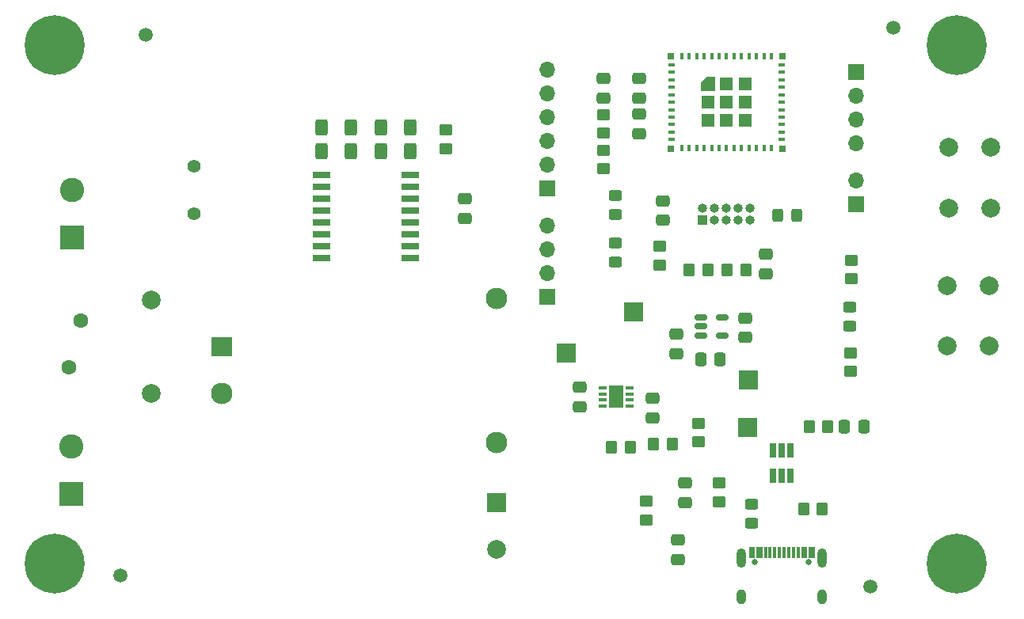
<source format=gts>
G04 #@! TF.GenerationSoftware,KiCad,Pcbnew,(7.0.0-0)*
G04 #@! TF.CreationDate,2023-03-13T11:18:45+01:00*
G04 #@! TF.ProjectId,ESPMeter,4553504d-6574-4657-922e-6b696361645f,rev?*
G04 #@! TF.SameCoordinates,Original*
G04 #@! TF.FileFunction,Soldermask,Top*
G04 #@! TF.FilePolarity,Negative*
%FSLAX46Y46*%
G04 Gerber Fmt 4.6, Leading zero omitted, Abs format (unit mm)*
G04 Created by KiCad (PCBNEW (7.0.0-0)) date 2023-03-13 11:18:45*
%MOMM*%
%LPD*%
G01*
G04 APERTURE LIST*
G04 Aperture macros list*
%AMRoundRect*
0 Rectangle with rounded corners*
0 $1 Rounding radius*
0 $2 $3 $4 $5 $6 $7 $8 $9 X,Y pos of 4 corners*
0 Add a 4 corners polygon primitive as box body*
4,1,4,$2,$3,$4,$5,$6,$7,$8,$9,$2,$3,0*
0 Add four circle primitives for the rounded corners*
1,1,$1+$1,$2,$3*
1,1,$1+$1,$4,$5*
1,1,$1+$1,$6,$7*
1,1,$1+$1,$8,$9*
0 Add four rect primitives between the rounded corners*
20,1,$1+$1,$2,$3,$4,$5,0*
20,1,$1+$1,$4,$5,$6,$7,0*
20,1,$1+$1,$6,$7,$8,$9,0*
20,1,$1+$1,$8,$9,$2,$3,0*%
%AMFreePoly0*
4,1,6,0.725000,-0.725000,-0.725000,-0.725000,-0.725000,0.125000,-0.125000,0.725000,0.725000,0.725000,0.725000,-0.725000,0.725000,-0.725000,$1*%
G04 Aperture macros list end*
%ADD10RoundRect,0.250000X0.475000X-0.337500X0.475000X0.337500X-0.475000X0.337500X-0.475000X-0.337500X0*%
%ADD11RoundRect,0.250000X-0.325000X-0.450000X0.325000X-0.450000X0.325000X0.450000X-0.325000X0.450000X0*%
%ADD12RoundRect,0.250000X-0.475000X0.337500X-0.475000X-0.337500X0.475000X-0.337500X0.475000X0.337500X0*%
%ADD13C,1.500000*%
%ADD14RoundRect,0.250000X0.450000X-0.325000X0.450000X0.325000X-0.450000X0.325000X-0.450000X-0.325000X0*%
%ADD15RoundRect,0.250000X0.337500X0.475000X-0.337500X0.475000X-0.337500X-0.475000X0.337500X-0.475000X0*%
%ADD16R,1.700000X1.700000*%
%ADD17O,1.700000X1.700000*%
%ADD18RoundRect,0.250000X-0.450000X0.350000X-0.450000X-0.350000X0.450000X-0.350000X0.450000X0.350000X0*%
%ADD19RoundRect,0.250000X0.350000X0.450000X-0.350000X0.450000X-0.350000X-0.450000X0.350000X-0.450000X0*%
%ADD20R,2.000000X2.000000*%
%ADD21RoundRect,0.250000X-0.400000X-0.625000X0.400000X-0.625000X0.400000X0.625000X-0.400000X0.625000X0*%
%ADD22R,1.950000X0.650000*%
%ADD23RoundRect,0.250000X0.450000X-0.350000X0.450000X0.350000X-0.450000X0.350000X-0.450000X-0.350000X0*%
%ADD24C,1.600000*%
%ADD25C,3.600000*%
%ADD26C,6.400000*%
%ADD27C,2.000000*%
%ADD28RoundRect,0.150000X-0.512500X-0.150000X0.512500X-0.150000X0.512500X0.150000X-0.512500X0.150000X0*%
%ADD29RoundRect,0.250000X-0.350000X-0.450000X0.350000X-0.450000X0.350000X0.450000X-0.350000X0.450000X0*%
%ADD30C,1.408000*%
%ADD31R,0.800000X0.400000*%
%ADD32R,0.400000X0.800000*%
%ADD33FreePoly0,0.000000*%
%ADD34R,1.450000X1.450000*%
%ADD35R,0.700000X0.700000*%
%ADD36RoundRect,0.250000X-0.450000X0.325000X-0.450000X-0.325000X0.450000X-0.325000X0.450000X0.325000X0*%
%ADD37R,1.000000X1.000000*%
%ADD38O,1.000000X1.000000*%
%ADD39R,2.300000X2.000000*%
%ADD40C,2.300000*%
%ADD41R,2.600000X2.600000*%
%ADD42C,2.600000*%
%ADD43C,0.650000*%
%ADD44R,0.300000X1.150000*%
%ADD45O,1.000000X2.100000*%
%ADD46O,1.000000X1.600000*%
%ADD47RoundRect,0.250000X-0.337500X-0.475000X0.337500X-0.475000X0.337500X0.475000X-0.337500X0.475000X0*%
%ADD48RoundRect,0.012800X-0.417200X-0.147200X0.417200X-0.147200X0.417200X0.147200X-0.417200X0.147200X0*%
%ADD49R,1.650000X2.400000*%
%ADD50R,0.650000X1.560000*%
G04 APERTURE END LIST*
D10*
X146662558Y-100197104D03*
X146662558Y-98122104D03*
D11*
X167799800Y-79705200D03*
X169849800Y-79705200D03*
D12*
X164363400Y-90707300D03*
X164363400Y-92782300D03*
X166560000Y-83912500D03*
X166560000Y-85987500D03*
D13*
X100310000Y-60410000D03*
D14*
X165060000Y-112685000D03*
X165060000Y-110635000D03*
D15*
X161670058Y-95117104D03*
X159595058Y-95117104D03*
D12*
X155552558Y-78204604D03*
X155552558Y-80279604D03*
D16*
X176199999Y-64379999D03*
D17*
X176199999Y-66919999D03*
X176199999Y-69459999D03*
X176199999Y-71999999D03*
D18*
X155202558Y-83047104D03*
X155202558Y-85047104D03*
D19*
X152090000Y-104500000D03*
X150090000Y-104500000D03*
D20*
X164693599Y-97307399D03*
D21*
X125427558Y-72892104D03*
X128527558Y-72892104D03*
D22*
X119077557Y-75432103D03*
X119077557Y-76702103D03*
X119077557Y-77972103D03*
X119077557Y-79242103D03*
X119077557Y-80512103D03*
X119077557Y-81782103D03*
X119077557Y-83052103D03*
X119077557Y-84322103D03*
X128527557Y-84322103D03*
X128527557Y-83052103D03*
X128527557Y-81782103D03*
X128527557Y-80512103D03*
X128527557Y-79242103D03*
X128527557Y-77972103D03*
X128527557Y-76702103D03*
X128527557Y-75432103D03*
D19*
X164442558Y-85592104D03*
X162442558Y-85592104D03*
D23*
X161560000Y-110370000D03*
X161560000Y-108370000D03*
D10*
X157200000Y-116545000D03*
X157200000Y-114470000D03*
D16*
X143199999Y-76879999D03*
D17*
X143199999Y-74339999D03*
X143199999Y-71799999D03*
X143199999Y-69259999D03*
X143199999Y-66719999D03*
X143199999Y-64179999D03*
D24*
X93362958Y-90966104D03*
X92062958Y-95966104D03*
D12*
X153012558Y-68919604D03*
X153012558Y-70994604D03*
X154480000Y-99302500D03*
X154480000Y-101377500D03*
D25*
X187000000Y-117000000D03*
D26*
X187000000Y-117000000D03*
D27*
X100860000Y-98800000D03*
X100860000Y-88800000D03*
D28*
X159627558Y-90677104D03*
X159627558Y-91627104D03*
X159627558Y-92577104D03*
X161902558Y-92577104D03*
X161902558Y-90677104D03*
D29*
X158362558Y-85592104D03*
X160362558Y-85592104D03*
D25*
X187000000Y-61500000D03*
D26*
X187000000Y-61500000D03*
D30*
X105400000Y-74470000D03*
X105400000Y-79550000D03*
D27*
X185980000Y-93735000D03*
X185980000Y-87235000D03*
X190480000Y-93735000D03*
X190480000Y-87235000D03*
D12*
X157022800Y-92459900D03*
X157022800Y-94534900D03*
D10*
X149202558Y-67184604D03*
X149202558Y-65109604D03*
D18*
X175641000Y-94437200D03*
X175641000Y-96437200D03*
D31*
X156472557Y-63631303D03*
X156472557Y-64431303D03*
X156472557Y-65231303D03*
X156472557Y-66031303D03*
X156472557Y-66831303D03*
X156472557Y-67631303D03*
X156472557Y-68431303D03*
X156472557Y-69231303D03*
X156472557Y-70031303D03*
X156472557Y-70831303D03*
X156472557Y-71631303D03*
D32*
X157572557Y-72531303D03*
X158372557Y-72531303D03*
X159172557Y-72531303D03*
X159972557Y-72531303D03*
X160772557Y-72531303D03*
X161572557Y-72531303D03*
X162372557Y-72531303D03*
X163172557Y-72531303D03*
X163972557Y-72531303D03*
X164772557Y-72531303D03*
X165572557Y-72531303D03*
X166372557Y-72531303D03*
X167172557Y-72531303D03*
D31*
X168272557Y-71631303D03*
X168272557Y-70831303D03*
X168272557Y-70031303D03*
X168272557Y-69231303D03*
X168272557Y-68431303D03*
X168272557Y-67631303D03*
X168272557Y-66831303D03*
X168272557Y-66031303D03*
X168272557Y-65231303D03*
X168272557Y-64431303D03*
X168272557Y-63631303D03*
D32*
X167172557Y-62731303D03*
X166372557Y-62731303D03*
X165572557Y-62731303D03*
X164772557Y-62731303D03*
X163972557Y-62731303D03*
X163172557Y-62731303D03*
X162372557Y-62731303D03*
X161572557Y-62731303D03*
X160772557Y-62731303D03*
X159972557Y-62731303D03*
X159172557Y-62731303D03*
X158372557Y-62731303D03*
X157572557Y-62731303D03*
D33*
X160397558Y-65656304D03*
D34*
X160397557Y-67631303D03*
X160397557Y-69606303D03*
X162372557Y-65656303D03*
X162372557Y-67631303D03*
X162372557Y-69606303D03*
X164347557Y-65656303D03*
X164347557Y-67631303D03*
X164347557Y-69606303D03*
D35*
X168322557Y-62681303D03*
X168322557Y-72581303D03*
X156422557Y-72581303D03*
X156422557Y-62681303D03*
D36*
X150472558Y-82662104D03*
X150472558Y-84712104D03*
D13*
X177740000Y-119420000D03*
D37*
X159832199Y-80203199D03*
D38*
X159832199Y-78933199D03*
X161102199Y-80203199D03*
X161102199Y-78933199D03*
X162372199Y-80203199D03*
X162372199Y-78933199D03*
X163642199Y-80203199D03*
X163642199Y-78933199D03*
X164912199Y-80203199D03*
X164912199Y-78933199D03*
D21*
X119077558Y-72892104D03*
X122177558Y-72892104D03*
D39*
X108372557Y-93807103D03*
D40*
X108372558Y-98807104D03*
X137772558Y-88607104D03*
X137772558Y-104007104D03*
D27*
X186105000Y-78960000D03*
X186105000Y-72460000D03*
X190605000Y-78960000D03*
X190605000Y-72460000D03*
D23*
X159362558Y-103969604D03*
X159362558Y-101969604D03*
D13*
X97590000Y-118290000D03*
X180220000Y-59690000D03*
D20*
X164609999Y-102459999D03*
D25*
X90500000Y-61500000D03*
D26*
X90500000Y-61500000D03*
D41*
X92289999Y-109494999D03*
D42*
X92290000Y-104415000D03*
D21*
X119077558Y-70352104D03*
X122177558Y-70352104D03*
D14*
X150472558Y-79632104D03*
X150472558Y-77582104D03*
D19*
X172610000Y-111120000D03*
X170610000Y-111120000D03*
D10*
X157970000Y-110427500D03*
X157970000Y-108352500D03*
D43*
X165385000Y-116856800D03*
X171165000Y-116856800D03*
D44*
X164924999Y-115791799D03*
X165724999Y-115791799D03*
X167024999Y-115791799D03*
X168024999Y-115791799D03*
X168524999Y-115791799D03*
X169524999Y-115791799D03*
X170824999Y-115791799D03*
X171624999Y-115791799D03*
X171324999Y-115791799D03*
X170524999Y-115791799D03*
X170024999Y-115791799D03*
X169024999Y-115791799D03*
X167524999Y-115791799D03*
X166524999Y-115791799D03*
X166024999Y-115791799D03*
X165224999Y-115791799D03*
D45*
X163954999Y-116356799D03*
D46*
X163954999Y-120536799D03*
D45*
X172594999Y-116356799D03*
D46*
X172594999Y-120536799D03*
D16*
X143199999Y-88419999D03*
D17*
X143199999Y-85879999D03*
X143199999Y-83339999D03*
X143199999Y-80799999D03*
D47*
X174975058Y-102297104D03*
X177050058Y-102297104D03*
D10*
X153012558Y-67184604D03*
X153012558Y-65109604D03*
D41*
X92408157Y-82112303D03*
D42*
X92408158Y-77032304D03*
D25*
X90500000Y-117000000D03*
D26*
X90500000Y-117000000D03*
D20*
X145249999Y-94429999D03*
D48*
X149135000Y-98185000D03*
X149135000Y-98835000D03*
X149135000Y-99485000D03*
X149135000Y-100135000D03*
X152005000Y-100135000D03*
X152005000Y-99485000D03*
X152005000Y-98835000D03*
X152005000Y-98185000D03*
D49*
X150569999Y-99159999D03*
D19*
X156552558Y-104239604D03*
X154552558Y-104239604D03*
D23*
X149202558Y-74767104D03*
X149202558Y-72767104D03*
D50*
X167299999Y-107587499D03*
X168249999Y-107587499D03*
X169199999Y-107587499D03*
X169199999Y-104887499D03*
X168249999Y-104887499D03*
X167299999Y-104887499D03*
D29*
X171202558Y-102297104D03*
X173202558Y-102297104D03*
D14*
X175564800Y-91617800D03*
X175564800Y-89567800D03*
D18*
X149205000Y-68960000D03*
X149205000Y-70960000D03*
D23*
X153767558Y-112292104D03*
X153767558Y-110292104D03*
D10*
X134350000Y-80037500D03*
X134350000Y-77962500D03*
D16*
X176199999Y-78574999D03*
D17*
X176199999Y-76034999D03*
D18*
X132337558Y-70622104D03*
X132337558Y-72622104D03*
D20*
X152452557Y-90037103D03*
X137772557Y-110437103D03*
D27*
X137772558Y-115437104D03*
D21*
X125427558Y-70352104D03*
X128527558Y-70352104D03*
D23*
X175666400Y-86547200D03*
X175666400Y-84547200D03*
M02*

</source>
